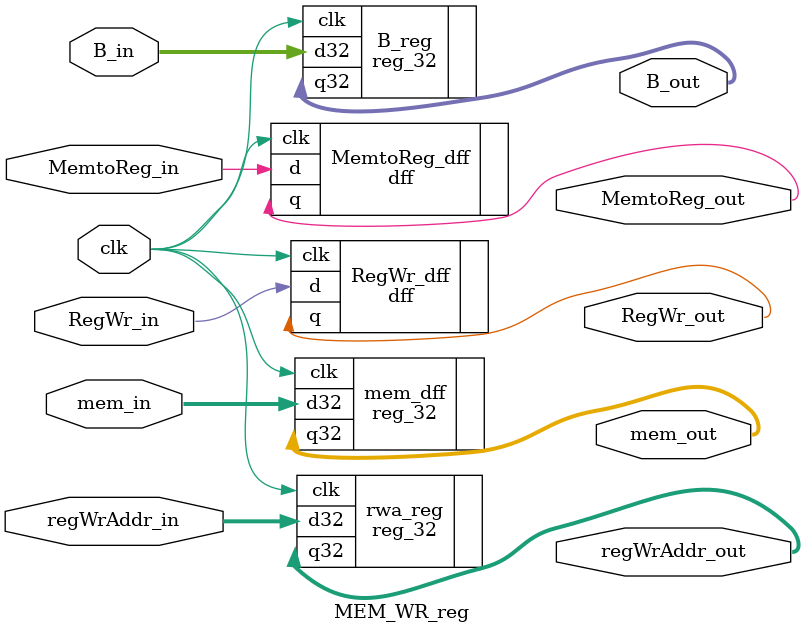
<source format=v>

module MEM_WR_reg(clk, mem_in, mem_out, B_in, B_out, regWrAddr_in, regWrAddr_out, MemtoReg_in, MemtoReg_out, RegWr_in, RegWr_out);
    input clk;

    // datapath signals
    input [31:0] mem_in;
    input [31:0] B_in;
    input [31:0] regWrAddr_in;
    output [31:0] mem_out;
    output [31:0] B_out;
    output [31:0] regWrAddr_out;

    // control signals
    input MemtoReg_in;
    input RegWr_in;
    output MemtoReg_out;
    output RegWr_out;

    reg_32 mem_dff (.clk(clk), .d32(mem_in), .q32(mem_out));
    reg_32 B_reg (.clk(clk), .d32(B_in), .q32(B_out));
    reg_32 rwa_reg (.clk(clk), .d32(regWrAddr_in), .q32(regWrAddr_out));

    dff MemtoReg_dff(.clk(clk), .d(MemtoReg_in), .q(MemtoReg_out));
    dff RegWr_dff(.clk(clk), .d(RegWr_in), .q(RegWr_out));
endmodule
</source>
